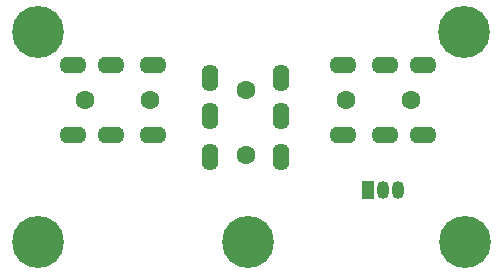
<source format=gbr>
%TF.GenerationSoftware,KiCad,Pcbnew,8.0.7+1*%
%TF.CreationDate,2025-02-03T22:01:07+01:00*%
%TF.ProjectId,passiveVCA,70617373-6976-4655-9643-412e6b696361,rev?*%
%TF.SameCoordinates,Original*%
%TF.FileFunction,Soldermask,Bot*%
%TF.FilePolarity,Negative*%
%FSLAX46Y46*%
G04 Gerber Fmt 4.6, Leading zero omitted, Abs format (unit mm)*
G04 Created by KiCad (PCBNEW 8.0.7+1) date 2025-02-03 22:01:07*
%MOMM*%
%LPD*%
G01*
G04 APERTURE LIST*
%ADD10C,2.600000*%
%ADD11C,4.400000*%
%ADD12C,1.600000*%
%ADD13O,2.300000X1.400000*%
%ADD14O,1.400000X2.300000*%
%ADD15O,1.050000X1.500000*%
%ADD16R,1.050000X1.500000*%
G04 APERTURE END LIST*
D10*
%TO.C,H5*%
X88900000Y-90805000D03*
D11*
X88900000Y-90805000D03*
%TD*%
D10*
%TO.C,H4*%
X125095000Y-90805000D03*
D11*
X125095000Y-90805000D03*
%TD*%
D10*
%TO.C,H3*%
X125000000Y-73000000D03*
D11*
X125000000Y-73000000D03*
%TD*%
D10*
%TO.C,H2*%
X106680000Y-90805000D03*
D11*
X106680000Y-90805000D03*
%TD*%
%TO.C,H1*%
X88900000Y-73025000D03*
D10*
X88900000Y-73025000D03*
%TD*%
D12*
%TO.C,U3*%
X120460013Y-78740000D03*
X114960140Y-78740000D03*
D13*
X121460013Y-75740000D03*
X118260114Y-75740000D03*
X114759987Y-75740000D03*
X114759987Y-81740000D03*
X118260114Y-81740000D03*
X121460013Y-81740000D03*
%TD*%
D14*
%TO.C,U2*%
X109500000Y-76899987D03*
X109500000Y-80099886D03*
X109500000Y-83600013D03*
X103500000Y-83600013D03*
X103500000Y-80099886D03*
X103500000Y-76899987D03*
D12*
X106500000Y-83399860D03*
X106500000Y-77899987D03*
%TD*%
D15*
%TO.C,Q1*%
X119380000Y-86360000D03*
X118110000Y-86360000D03*
D16*
X116840000Y-86360000D03*
%TD*%
D12*
%TO.C,U1*%
X92900087Y-78740000D03*
X98399960Y-78740000D03*
D13*
X91900087Y-81740000D03*
X95099986Y-81740000D03*
X98600113Y-81740000D03*
X98600113Y-75740000D03*
X95099986Y-75740000D03*
X91900087Y-75740000D03*
%TD*%
M02*

</source>
